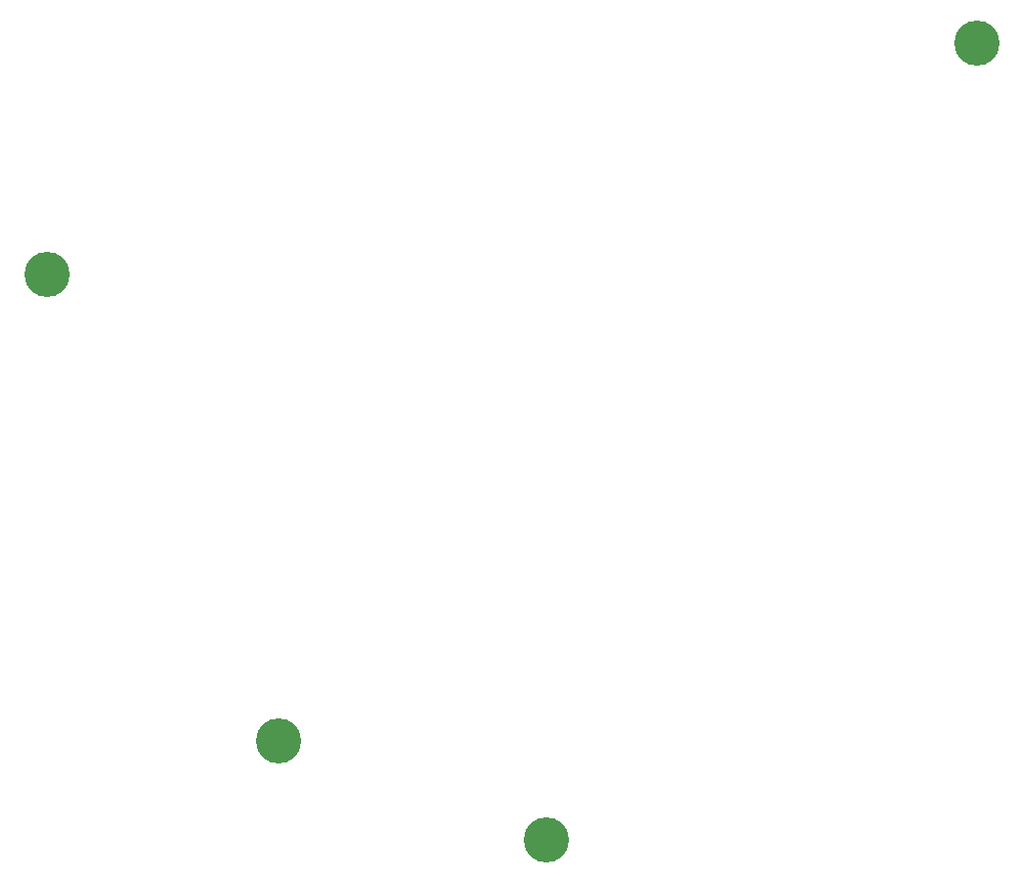
<source format=gbr>
%TF.GenerationSoftware,KiCad,Pcbnew,(6.0.7-1)-1*%
%TF.CreationDate,2022-09-15T11:21:21-04:00*%
%TF.ProjectId,skyline_pcb_top_plate,736b796c-696e-4655-9f70-63625f746f70,v1.0.0*%
%TF.SameCoordinates,Original*%
%TF.FileFunction,Soldermask,Top*%
%TF.FilePolarity,Negative*%
%FSLAX46Y46*%
G04 Gerber Fmt 4.6, Leading zero omitted, Abs format (unit mm)*
G04 Created by KiCad (PCBNEW (6.0.7-1)-1) date 2022-09-15 11:21:21*
%MOMM*%
%LPD*%
G01*
G04 APERTURE LIST*
%ADD10C,3.900000*%
%ADD11C,2.700000*%
G04 APERTURE END LIST*
D10*
%TO.C,REF\u002A\u002A*%
X217866825Y-205100260D03*
D11*
X217866825Y-205100260D03*
%TD*%
D10*
%TO.C,REF\u002A\u002A*%
X255041541Y-136216572D03*
D11*
X255041541Y-136216572D03*
%TD*%
D10*
%TO.C,REF\u002A\u002A*%
X194766825Y-196500260D03*
D11*
X194766825Y-196500260D03*
%TD*%
D10*
%TO.C,REF\u002A\u002A*%
X174776825Y-156240260D03*
D11*
X174776825Y-156240260D03*
%TD*%
M02*

</source>
